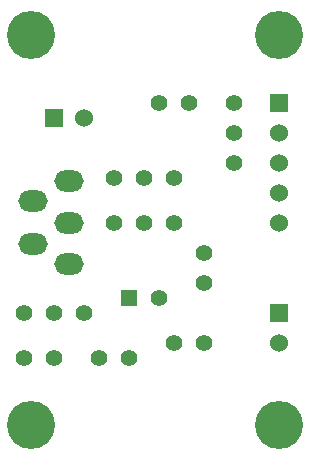
<source format=gts>
G04 (created by PCBNEW (2013-07-07 BZR 4022)-stable) date 3/7/2014 1:37:03 AM*
%MOIN*%
G04 Gerber Fmt 3.4, Leading zero omitted, Abs format*
%FSLAX34Y34*%
G01*
G70*
G90*
G04 APERTURE LIST*
%ADD10C,0.00590551*%
%ADD11C,0.055*%
%ADD12R,0.06X0.06*%
%ADD13C,0.06*%
%ADD14R,0.055X0.055*%
%ADD15O,0.0984X0.0709*%
%ADD16C,0.16*%
G04 APERTURE END LIST*
G54D10*
G54D11*
X12000Y-16500D03*
X11000Y-16500D03*
X12000Y-14500D03*
X12000Y-13500D03*
X10500Y-8500D03*
X11500Y-8500D03*
X7000Y-17000D03*
X6000Y-17000D03*
X9500Y-17000D03*
X8500Y-17000D03*
G54D12*
X14500Y-8500D03*
G54D13*
X14500Y-9500D03*
X14500Y-10500D03*
X14500Y-11500D03*
X14500Y-12500D03*
G54D12*
X7000Y-9000D03*
G54D13*
X8000Y-9000D03*
G54D12*
X14500Y-15500D03*
G54D13*
X14500Y-16500D03*
G54D14*
X9500Y-15000D03*
G54D11*
X10500Y-15000D03*
X9000Y-11000D03*
X11000Y-11000D03*
X10000Y-11000D03*
X11000Y-12500D03*
X9000Y-12500D03*
X10000Y-12500D03*
X13000Y-8500D03*
X13000Y-10500D03*
X13000Y-9500D03*
X8000Y-15500D03*
X6000Y-15500D03*
X7000Y-15500D03*
G54D15*
X7496Y-12500D03*
X7496Y-13878D03*
X7496Y-11122D03*
X6315Y-11791D03*
X6315Y-13209D03*
G54D16*
X6250Y-6250D03*
X6250Y-19250D03*
X14500Y-6250D03*
X14500Y-19250D03*
M02*

</source>
